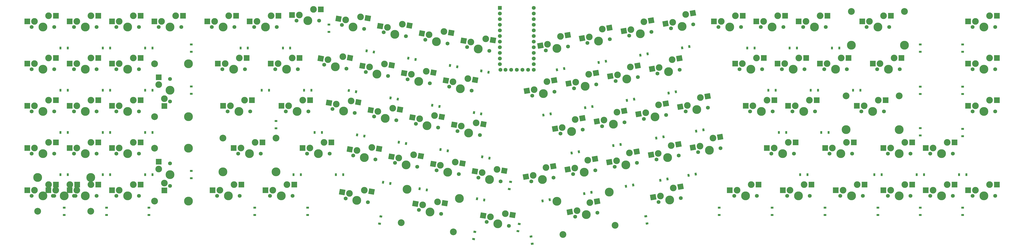
<source format=gbr>
%TF.GenerationSoftware,KiCad,Pcbnew,(5.1.10)-1*%
%TF.CreationDate,2021-07-24T19:46:28-07:00*%
%TF.ProjectId,V2,56322e6b-6963-4616-945f-706362585858,rev?*%
%TF.SameCoordinates,Original*%
%TF.FileFunction,Soldermask,Bot*%
%TF.FilePolarity,Negative*%
%FSLAX46Y46*%
G04 Gerber Fmt 4.6, Leading zero omitted, Abs format (unit mm)*
G04 Created by KiCad (PCBNEW (5.1.10)-1) date 2021-07-24 19:46:28*
%MOMM*%
%LPD*%
G01*
G04 APERTURE LIST*
%ADD10C,3.987800*%
%ADD11C,3.048000*%
%ADD12R,2.550000X2.500000*%
%ADD13C,1.750000*%
%ADD14C,3.000000*%
%ADD15C,0.100000*%
%ADD16C,1.752600*%
%ADD17R,1.752600X1.752600*%
%ADD18R,2.500000X2.550000*%
%ADD19R,1.200000X0.900000*%
%ADD20R,0.900000X1.200000*%
G04 APERTURE END LIST*
D10*
%TO.C,MX92*%
X-2413000Y-67945000D03*
X21463000Y-67945000D03*
D11*
X-2413000Y-83185000D03*
X21463000Y-83185000D03*
D12*
X15367000Y-71120000D03*
X2440000Y-73660000D03*
D13*
X14605000Y-76200000D03*
X4445000Y-76200000D03*
D14*
X5715000Y-73660000D03*
D10*
X9525000Y-76200000D03*
D14*
X12065000Y-71120000D03*
%TD*%
D15*
%TO.C,MX53*%
G36*
X253699666Y-1808874D02*
G01*
X253265546Y653145D01*
X255776806Y1095948D01*
X256210926Y-1366071D01*
X253699666Y-1808874D01*
G37*
G36*
X241410123Y-6555036D02*
G01*
X240976003Y-4093017D01*
X243487263Y-3650214D01*
X243921383Y-6112233D01*
X241410123Y-6555036D01*
G37*
D13*
X254869945Y-5491606D03*
X244864299Y-7255872D03*
D14*
X245673938Y-4533927D03*
D10*
X249867122Y-6373739D03*
D14*
X251486401Y-929849D03*
%TD*%
D16*
%TO.C,U1*%
X208040000Y-19310000D03*
X210580000Y-19310000D03*
X213120000Y-19310000D03*
X215660000Y-19310000D03*
X218200000Y-19310000D03*
X220740000Y8630000D03*
X205728600Y-19310000D03*
X220740000Y6090000D03*
X220740000Y3550000D03*
X220740000Y1010000D03*
X220740000Y-1530000D03*
X220740000Y-4070000D03*
X220740000Y-6610000D03*
X220740000Y-9150000D03*
X220740000Y-11690000D03*
X220740000Y-14230000D03*
X220740000Y-16770000D03*
X220740000Y-19310000D03*
X205500000Y-16770000D03*
X205500000Y-14230000D03*
X205500000Y-11690000D03*
X205500000Y-9150000D03*
X205500000Y-6610000D03*
X205500000Y-4070000D03*
X205500000Y-1530000D03*
X205500000Y1010000D03*
X205500000Y3550000D03*
X205500000Y6090000D03*
D17*
X205500000Y8630000D03*
%TD*%
D12*
%TO.C,MX91*%
X428961546Y-71120000D03*
X416034546Y-73660000D03*
D13*
X428199546Y-76200000D03*
X418039546Y-76200000D03*
D14*
X419309546Y-73660000D03*
D10*
X423119546Y-76200000D03*
D14*
X425659546Y-71120000D03*
%TD*%
D12*
%TO.C,MX90*%
X409911546Y-52070000D03*
X396984546Y-54610000D03*
D13*
X409149546Y-57150000D03*
X398989546Y-57150000D03*
D14*
X400259546Y-54610000D03*
D10*
X404069546Y-57150000D03*
D14*
X406609546Y-52070000D03*
%TD*%
D12*
%TO.C,MX89*%
X428961546Y-33020000D03*
X416034546Y-35560000D03*
D13*
X428199546Y-38100000D03*
X418039546Y-38100000D03*
D14*
X419309546Y-35560000D03*
D10*
X423119546Y-38100000D03*
D14*
X425659546Y-33020000D03*
%TD*%
D12*
%TO.C,MX88*%
X428961546Y-13970000D03*
X416034546Y-16510000D03*
D13*
X428199546Y-19050000D03*
X418039546Y-19050000D03*
D14*
X419309546Y-16510000D03*
D10*
X423119546Y-19050000D03*
D14*
X425659546Y-13970000D03*
%TD*%
D12*
%TO.C,MX87*%
X428961546Y5080000D03*
X416034546Y2540000D03*
D13*
X428199546Y0D03*
X418039546Y0D03*
D14*
X419309546Y2540000D03*
D10*
X423119546Y0D03*
D14*
X425659546Y5080000D03*
%TD*%
D12*
%TO.C,MX86*%
X409911546Y-71120000D03*
X396984546Y-73660000D03*
D13*
X409149546Y-76200000D03*
X398989546Y-76200000D03*
D14*
X400259546Y-73660000D03*
D10*
X404069546Y-76200000D03*
D14*
X406609546Y-71120000D03*
%TD*%
D12*
%TO.C,MX85*%
X390861546Y-52070000D03*
X377934546Y-54610000D03*
D13*
X390099546Y-57150000D03*
X379939546Y-57150000D03*
D14*
X381209546Y-54610000D03*
D10*
X385019546Y-57150000D03*
D14*
X387559546Y-52070000D03*
%TD*%
D10*
%TO.C,MX84*%
X361175296Y-46355000D03*
X385051296Y-46355000D03*
D11*
X361175296Y-31115000D03*
X385051296Y-31115000D03*
D12*
X378955296Y-33020000D03*
X366028296Y-35560000D03*
D13*
X378193296Y-38100000D03*
X368033296Y-38100000D03*
D14*
X369303296Y-35560000D03*
D10*
X373113296Y-38100000D03*
D14*
X375653296Y-33020000D03*
%TD*%
D12*
%TO.C,MX83*%
X386099046Y-13970000D03*
X373172046Y-16510000D03*
D13*
X385337046Y-19050000D03*
X375177046Y-19050000D03*
D14*
X376447046Y-16510000D03*
D10*
X380257046Y-19050000D03*
D14*
X382797046Y-13970000D03*
%TD*%
D10*
%TO.C,MX82*%
X363556546Y-8255000D03*
X387432546Y-8255000D03*
D11*
X363556546Y6985000D03*
X387432546Y6985000D03*
D12*
X381336546Y5080000D03*
X368409546Y2540000D03*
D13*
X380574546Y0D03*
X370414546Y0D03*
D14*
X371684546Y2540000D03*
D10*
X375494546Y0D03*
D14*
X378034546Y5080000D03*
%TD*%
D12*
%TO.C,MX81*%
X390861546Y-71120000D03*
X377934546Y-73660000D03*
D13*
X390099546Y-76200000D03*
X379939546Y-76200000D03*
D14*
X381209546Y-73660000D03*
D10*
X385019546Y-76200000D03*
D14*
X387559546Y-71120000D03*
%TD*%
D12*
%TO.C,MX80*%
X364667796Y-52070000D03*
X351740796Y-54610000D03*
D13*
X363905796Y-57150000D03*
X353745796Y-57150000D03*
D14*
X355015796Y-54610000D03*
D10*
X358825796Y-57150000D03*
D14*
X361365796Y-52070000D03*
%TD*%
D12*
%TO.C,MX79*%
X347999046Y-33020000D03*
X335072046Y-35560000D03*
D13*
X347237046Y-38100000D03*
X337077046Y-38100000D03*
D14*
X338347046Y-35560000D03*
D10*
X342157046Y-38100000D03*
D14*
X344697046Y-33020000D03*
%TD*%
D12*
%TO.C,MX78*%
X362286546Y-13970000D03*
X349359546Y-16510000D03*
D13*
X361524546Y-19050000D03*
X351364546Y-19050000D03*
D14*
X352634546Y-16510000D03*
D10*
X356444546Y-19050000D03*
D14*
X358984546Y-13970000D03*
%TD*%
D12*
%TO.C,MX77*%
X352761546Y5080000D03*
X339834546Y2540000D03*
D13*
X351999546Y0D03*
X341839546Y0D03*
D14*
X343109546Y2540000D03*
D10*
X346919546Y0D03*
D14*
X349459546Y5080000D03*
%TD*%
D12*
%TO.C,MX76*%
X369430296Y-71120000D03*
X356503296Y-73660000D03*
D13*
X368668296Y-76200000D03*
X358508296Y-76200000D03*
D14*
X359778296Y-73660000D03*
D10*
X363588296Y-76200000D03*
D14*
X366128296Y-71120000D03*
%TD*%
D12*
%TO.C,MX75*%
X338474046Y-52070000D03*
X325547046Y-54610000D03*
D13*
X337712046Y-57150000D03*
X327552046Y-57150000D03*
D14*
X328822046Y-54610000D03*
D10*
X332632046Y-57150000D03*
D14*
X335172046Y-52070000D03*
%TD*%
D12*
%TO.C,MX74*%
X328949046Y-33020000D03*
X316022046Y-35560000D03*
D13*
X328187046Y-38100000D03*
X318027046Y-38100000D03*
D14*
X319297046Y-35560000D03*
D10*
X323107046Y-38100000D03*
D14*
X325647046Y-33020000D03*
%TD*%
D12*
%TO.C,MX73*%
X343236546Y-13970000D03*
X330309546Y-16510000D03*
D13*
X342474546Y-19050000D03*
X332314546Y-19050000D03*
D14*
X333584546Y-16510000D03*
D10*
X337394546Y-19050000D03*
D14*
X339934546Y-13970000D03*
%TD*%
D12*
%TO.C,MX72*%
X333711546Y5080000D03*
X320784546Y2540000D03*
D13*
X332949546Y0D03*
X322789546Y0D03*
D14*
X324059546Y2540000D03*
D10*
X327869546Y0D03*
D14*
X330409546Y5080000D03*
%TD*%
D12*
%TO.C,MX71*%
X345617796Y-71120000D03*
X332690796Y-73660000D03*
D13*
X344855796Y-76200000D03*
X334695796Y-76200000D03*
D14*
X335965796Y-73660000D03*
D10*
X339775796Y-76200000D03*
D14*
X342315796Y-71120000D03*
%TD*%
D15*
%TO.C,MX70*%
G36*
X303489906Y-51061142D02*
G01*
X303055786Y-48599123D01*
X305567046Y-48156320D01*
X306001166Y-50618339D01*
X303489906Y-51061142D01*
G37*
G36*
X291200363Y-55807304D02*
G01*
X290766243Y-53345285D01*
X293277503Y-52902482D01*
X293711623Y-55364501D01*
X291200363Y-55807304D01*
G37*
D13*
X304660185Y-54743874D03*
X294654539Y-56508140D03*
D14*
X295464178Y-53786195D03*
D10*
X299657362Y-55626007D03*
D14*
X301276641Y-50182117D03*
%TD*%
D12*
%TO.C,MX69*%
X324186546Y-13970000D03*
X311259546Y-16510000D03*
D13*
X323424546Y-19050000D03*
X313264546Y-19050000D03*
D14*
X314534546Y-16510000D03*
D10*
X318344546Y-19050000D03*
D14*
X320884546Y-13970000D03*
%TD*%
D12*
%TO.C,MX68*%
X314661546Y5080000D03*
X301734546Y2540000D03*
D13*
X313899546Y0D03*
X303739546Y0D03*
D14*
X305009546Y2540000D03*
D10*
X308819546Y0D03*
D14*
X311359546Y5080000D03*
%TD*%
D12*
%TO.C,MX67*%
X321805296Y-71120000D03*
X308878296Y-73660000D03*
D13*
X321043296Y-76200000D03*
X310883296Y-76200000D03*
D14*
X312153296Y-73660000D03*
D10*
X315963296Y-76200000D03*
D14*
X318503296Y-71120000D03*
%TD*%
D15*
%TO.C,MX66*%
G36*
X284729319Y-54369139D02*
G01*
X284295199Y-51907120D01*
X286806459Y-51464317D01*
X287240579Y-53926336D01*
X284729319Y-54369139D01*
G37*
G36*
X272439776Y-59115301D02*
G01*
X272005656Y-56653282D01*
X274516916Y-56210479D01*
X274951036Y-58672498D01*
X272439776Y-59115301D01*
G37*
D13*
X285899598Y-58051871D03*
X275893952Y-59816137D03*
D14*
X276703591Y-57094192D03*
D10*
X280896775Y-58934004D03*
D14*
X282516054Y-53490114D03*
%TD*%
D15*
%TO.C,MX65*%
G36*
X297836834Y-32714054D02*
G01*
X297402714Y-30252035D01*
X299913974Y-29809232D01*
X300348094Y-32271251D01*
X297836834Y-32714054D01*
G37*
G36*
X285547291Y-37460216D02*
G01*
X285113171Y-34998197D01*
X287624431Y-34555394D01*
X288058551Y-37017413D01*
X285547291Y-37460216D01*
G37*
D13*
X299007113Y-36396786D03*
X289001467Y-38161052D03*
D14*
X289811106Y-35439107D03*
D10*
X294004290Y-37278919D03*
D14*
X295623569Y-31835029D03*
%TD*%
D15*
%TO.C,MX64*%
G36*
X285148543Y-15607466D02*
G01*
X284714423Y-13145447D01*
X287225683Y-12702644D01*
X287659803Y-15164663D01*
X285148543Y-15607466D01*
G37*
G36*
X272859000Y-20353628D02*
G01*
X272424880Y-17891609D01*
X274936140Y-17448806D01*
X275370260Y-19910825D01*
X272859000Y-20353628D01*
G37*
D13*
X286318822Y-19290198D03*
X276313176Y-21054464D03*
D14*
X277122815Y-18332519D03*
D10*
X281315999Y-20172331D03*
D14*
X282935278Y-14728441D03*
%TD*%
D15*
%TO.C,MX63*%
G36*
X291220840Y4807120D02*
G01*
X290786720Y7269139D01*
X293297980Y7711942D01*
X293732100Y5249923D01*
X291220840Y4807120D01*
G37*
G36*
X278931297Y60958D02*
G01*
X278497177Y2522977D01*
X281008437Y2965780D01*
X281442557Y503761D01*
X278931297Y60958D01*
G37*
D13*
X292391119Y1124388D03*
X282385473Y-639878D03*
D14*
X283195112Y2082067D03*
D10*
X287388296Y242255D03*
D14*
X289007575Y5686145D03*
%TD*%
D15*
%TO.C,MX62*%
G36*
X285692243Y-73543225D02*
G01*
X285258123Y-71081206D01*
X287769383Y-70638403D01*
X288203503Y-73100422D01*
X285692243Y-73543225D01*
G37*
G36*
X273402700Y-78289387D02*
G01*
X272968580Y-75827368D01*
X275479840Y-75384565D01*
X275913960Y-77846584D01*
X273402700Y-78289387D01*
G37*
D13*
X286862522Y-77225957D03*
X276856876Y-78990223D03*
D14*
X277666515Y-76268278D03*
D10*
X281859699Y-78108090D03*
D14*
X283478978Y-72664200D03*
%TD*%
D15*
%TO.C,MX61*%
G36*
X265968732Y-57677136D02*
G01*
X265534612Y-55215117D01*
X268045872Y-54772314D01*
X268479992Y-57234333D01*
X265968732Y-57677136D01*
G37*
G36*
X253679189Y-62423298D02*
G01*
X253245069Y-59961279D01*
X255756329Y-59518476D01*
X256190449Y-61980495D01*
X253679189Y-62423298D01*
G37*
D13*
X267139011Y-61359868D03*
X257133365Y-63124134D03*
D14*
X257943004Y-60402189D03*
D10*
X262136188Y-62242001D03*
D14*
X263755467Y-56798111D03*
%TD*%
D15*
%TO.C,MX60*%
G36*
X279076247Y-36022051D02*
G01*
X278642127Y-33560032D01*
X281153387Y-33117229D01*
X281587507Y-35579248D01*
X279076247Y-36022051D01*
G37*
G36*
X266786704Y-40768213D02*
G01*
X266352584Y-38306194D01*
X268863844Y-37863391D01*
X269297964Y-40325410D01*
X266786704Y-40768213D01*
G37*
D13*
X280246526Y-39704783D03*
X270240880Y-41469049D03*
D14*
X271050519Y-38747104D03*
D10*
X275243703Y-40586916D03*
D14*
X276862982Y-35143026D03*
%TD*%
D15*
%TO.C,MX59*%
G36*
X266387956Y-18915463D02*
G01*
X265953836Y-16453444D01*
X268465096Y-16010641D01*
X268899216Y-18472660D01*
X266387956Y-18915463D01*
G37*
G36*
X254098413Y-23661625D02*
G01*
X253664293Y-21199606D01*
X256175553Y-20756803D01*
X256609673Y-23218822D01*
X254098413Y-23661625D01*
G37*
D13*
X267558235Y-22598195D03*
X257552589Y-24362461D03*
D14*
X258362228Y-21640516D03*
D10*
X262555412Y-23480328D03*
D14*
X264174691Y-18036438D03*
%TD*%
D15*
%TO.C,MX58*%
G36*
X272460253Y1499123D02*
G01*
X272026133Y3961142D01*
X274537393Y4403945D01*
X274971513Y1941926D01*
X272460253Y1499123D01*
G37*
G36*
X260170710Y-3247039D02*
G01*
X259736590Y-785020D01*
X262247850Y-342217D01*
X262681970Y-2804236D01*
X260170710Y-3247039D01*
G37*
D13*
X273630532Y-2183609D03*
X263624886Y-3947875D03*
D14*
X264434525Y-1225930D03*
D10*
X268627709Y-3065742D03*
D14*
X270246988Y2378148D03*
%TD*%
D10*
%TO.C,MX57*%
X231148423Y-78667509D03*
X254661693Y-74521485D03*
D11*
X233794822Y-93675979D03*
X257308091Y-89529955D03*
D15*
G36*
X248171068Y-80159220D02*
G01*
X247736948Y-77697201D01*
X250248208Y-77254398D01*
X250682328Y-79716417D01*
X248171068Y-80159220D01*
G37*
G36*
X235881525Y-84905382D02*
G01*
X235447405Y-82443363D01*
X237958665Y-82000560D01*
X238392785Y-84462579D01*
X235881525Y-84905382D01*
G37*
D13*
X249341347Y-83841952D03*
X239335701Y-85606218D03*
D14*
X240145340Y-82884273D03*
D10*
X244338524Y-84724085D03*
D14*
X245957803Y-79280195D03*
%TD*%
D15*
%TO.C,MX56*%
G36*
X247208145Y-60985133D02*
G01*
X246774025Y-58523114D01*
X249285285Y-58080311D01*
X249719405Y-60542330D01*
X247208145Y-60985133D01*
G37*
G36*
X234918602Y-65731295D02*
G01*
X234484482Y-63269276D01*
X236995742Y-62826473D01*
X237429862Y-65288492D01*
X234918602Y-65731295D01*
G37*
D13*
X248378424Y-64667865D03*
X238372778Y-66432131D03*
D14*
X239182417Y-63710186D03*
D10*
X243375601Y-65549998D03*
D14*
X244994880Y-60106108D03*
%TD*%
D15*
%TO.C,MX55*%
G36*
X260315660Y-39330048D02*
G01*
X259881540Y-36868029D01*
X262392800Y-36425226D01*
X262826920Y-38887245D01*
X260315660Y-39330048D01*
G37*
G36*
X248026117Y-44076210D02*
G01*
X247591997Y-41614191D01*
X250103257Y-41171388D01*
X250537377Y-43633407D01*
X248026117Y-44076210D01*
G37*
D13*
X261485939Y-43012780D03*
X251480293Y-44777046D03*
D14*
X252289932Y-42055101D03*
D10*
X256483116Y-43894913D03*
D14*
X258102395Y-38451023D03*
%TD*%
D15*
%TO.C,MX54*%
G36*
X247627369Y-22223460D02*
G01*
X247193249Y-19761441D01*
X249704509Y-19318638D01*
X250138629Y-21780657D01*
X247627369Y-22223460D01*
G37*
G36*
X235337826Y-26969622D02*
G01*
X234903706Y-24507603D01*
X237414966Y-24064800D01*
X237849086Y-26526819D01*
X235337826Y-26969622D01*
G37*
D13*
X248797648Y-25906192D03*
X238792002Y-27670458D03*
D14*
X239601641Y-24948513D03*
D10*
X243794825Y-26788325D03*
D14*
X245414104Y-21344435D03*
%TD*%
D15*
%TO.C,MX52*%
G36*
X228447558Y-64293130D02*
G01*
X228013438Y-61831111D01*
X230524698Y-61388308D01*
X230958818Y-63850327D01*
X228447558Y-64293130D01*
G37*
G36*
X216158015Y-69039292D02*
G01*
X215723895Y-66577273D01*
X218235155Y-66134470D01*
X218669275Y-68596489D01*
X216158015Y-69039292D01*
G37*
D13*
X229617837Y-67975862D03*
X219612191Y-69740128D03*
D14*
X220421830Y-67018183D03*
D10*
X224615014Y-68857995D03*
D14*
X226234293Y-63414105D03*
%TD*%
D15*
%TO.C,MX51*%
G36*
X241555073Y-42638045D02*
G01*
X241120953Y-40176026D01*
X243632213Y-39733223D01*
X244066333Y-42195242D01*
X241555073Y-42638045D01*
G37*
G36*
X229265530Y-47384207D02*
G01*
X228831410Y-44922188D01*
X231342670Y-44479385D01*
X231776790Y-46941404D01*
X229265530Y-47384207D01*
G37*
D13*
X242725352Y-46320777D03*
X232719706Y-48085043D03*
D14*
X233529345Y-45363098D03*
D10*
X237722529Y-47202910D03*
D14*
X239341808Y-41759020D03*
%TD*%
D15*
%TO.C,MX50*%
G36*
X228866782Y-25531457D02*
G01*
X228432662Y-23069438D01*
X230943922Y-22626635D01*
X231378042Y-25088654D01*
X228866782Y-25531457D01*
G37*
G36*
X216577239Y-30277619D02*
G01*
X216143119Y-27815600D01*
X218654379Y-27372797D01*
X219088499Y-29834816D01*
X216577239Y-30277619D01*
G37*
D13*
X230037061Y-29214189D03*
X220031415Y-30978455D03*
D14*
X220841054Y-28256510D03*
D10*
X225034238Y-30096322D03*
D14*
X226653517Y-24652432D03*
%TD*%
D15*
%TO.C,MX49*%
G36*
X234939079Y-5116871D02*
G01*
X234504959Y-2654852D01*
X237016219Y-2212049D01*
X237450339Y-4674068D01*
X234939079Y-5116871D01*
G37*
G36*
X222649536Y-9863033D02*
G01*
X222215416Y-7401014D01*
X224726676Y-6958211D01*
X225160796Y-9420230D01*
X222649536Y-9863033D01*
G37*
D13*
X236109358Y-8799603D03*
X226103712Y-10563869D03*
D14*
X226913351Y-7841924D03*
D10*
X231106535Y-9681736D03*
D14*
X232725814Y-4237846D03*
%TD*%
D15*
%TO.C,MX48*%
G36*
X209692429Y-85880320D02*
G01*
X210126549Y-83418301D01*
X212637809Y-83861104D01*
X212203689Y-86323123D01*
X209692429Y-85880320D01*
G37*
G36*
X196520752Y-86136982D02*
G01*
X196954872Y-83674963D01*
X199466132Y-84117766D01*
X199032012Y-86579785D01*
X196520752Y-86136982D01*
G37*
D13*
X209532562Y-89741216D03*
X199526916Y-87976950D03*
D14*
X201218688Y-85696072D03*
D10*
X204529739Y-88859083D03*
D14*
X207913283Y-84297326D03*
%TD*%
D15*
%TO.C,MX47*%
G36*
X205965204Y-65879232D02*
G01*
X206399324Y-63417213D01*
X208910584Y-63860016D01*
X208476464Y-66322035D01*
X205965204Y-65879232D01*
G37*
G36*
X192793527Y-66135894D02*
G01*
X193227647Y-63673875D01*
X195738907Y-64116678D01*
X195304787Y-66578697D01*
X192793527Y-66135894D01*
G37*
D13*
X205805337Y-69740128D03*
X195799691Y-67975862D03*
D14*
X197491463Y-65694984D03*
D10*
X200802514Y-68857995D03*
D14*
X204186058Y-64296238D03*
%TD*%
D15*
%TO.C,MX46*%
G36*
X196609805Y-44885748D02*
G01*
X197043925Y-42423729D01*
X199555185Y-42866532D01*
X199121065Y-45328551D01*
X196609805Y-44885748D01*
G37*
G36*
X183438128Y-45142410D02*
G01*
X183872248Y-42680391D01*
X186383508Y-43123194D01*
X185949388Y-45585213D01*
X183438128Y-45142410D01*
G37*
D13*
X196449938Y-48746644D03*
X186444292Y-46982378D03*
D14*
X188136064Y-44701500D03*
D10*
X191447115Y-47864511D03*
D14*
X194830659Y-43302754D03*
%TD*%
D15*
%TO.C,MX45*%
G36*
X192882582Y-24884662D02*
G01*
X193316702Y-22422643D01*
X195827962Y-22865446D01*
X195393842Y-25327465D01*
X192882582Y-24884662D01*
G37*
G36*
X179710905Y-25141324D02*
G01*
X180145025Y-22679305D01*
X182656285Y-23122108D01*
X182222165Y-25584127D01*
X179710905Y-25141324D01*
G37*
D13*
X192722715Y-28745558D03*
X182717069Y-26981292D03*
D14*
X184408841Y-24700414D03*
D10*
X187719892Y-27863425D03*
D14*
X191103436Y-23301668D03*
%TD*%
D15*
%TO.C,MX44*%
G36*
X200880726Y-6951075D02*
G01*
X201314846Y-4489056D01*
X203826106Y-4931859D01*
X203391986Y-7393878D01*
X200880726Y-6951075D01*
G37*
G36*
X187709049Y-7207737D02*
G01*
X188143169Y-4745718D01*
X190654429Y-5188521D01*
X190220309Y-7650540D01*
X187709049Y-7207737D01*
G37*
D13*
X200720859Y-10811971D03*
X190715213Y-9047705D03*
D14*
X192406985Y-6766827D03*
D10*
X195718036Y-9929838D03*
D14*
X199101580Y-5368081D03*
%TD*%
D10*
%TO.C,MX43*%
X163720615Y-73280987D03*
X187233885Y-77427011D03*
D11*
X161074217Y-88289457D03*
X184587486Y-92435481D03*
D15*
G36*
X179206474Y-80504824D02*
G01*
X179640594Y-78042805D01*
X182151854Y-78485608D01*
X181717734Y-80947627D01*
X179206474Y-80504824D01*
G37*
G36*
X166034797Y-80761486D02*
G01*
X166468917Y-78299467D01*
X168980177Y-78742270D01*
X168546057Y-81204289D01*
X166034797Y-80761486D01*
G37*
D13*
X179046607Y-84365720D03*
X169040961Y-82601454D03*
D14*
X170732733Y-80320576D03*
D10*
X174043784Y-83483587D03*
D14*
X177427328Y-78921830D03*
%TD*%
D15*
%TO.C,MX42*%
G36*
X187204617Y-62571235D02*
G01*
X187638737Y-60109216D01*
X190149997Y-60552019D01*
X189715877Y-63014038D01*
X187204617Y-62571235D01*
G37*
G36*
X174032940Y-62827897D02*
G01*
X174467060Y-60365878D01*
X176978320Y-60808681D01*
X176544200Y-63270700D01*
X174032940Y-62827897D01*
G37*
D13*
X187044750Y-66432131D03*
X177039104Y-64667865D03*
D14*
X178730876Y-62386987D03*
D10*
X182041927Y-65549998D03*
D14*
X185425471Y-60988241D03*
%TD*%
D15*
%TO.C,MX41*%
G36*
X177849218Y-41577751D02*
G01*
X178283338Y-39115732D01*
X180794598Y-39558535D01*
X180360478Y-42020554D01*
X177849218Y-41577751D01*
G37*
G36*
X164677541Y-41834413D02*
G01*
X165111661Y-39372394D01*
X167622921Y-39815197D01*
X167188801Y-42277216D01*
X164677541Y-41834413D01*
G37*
D13*
X177689351Y-45438647D03*
X167683705Y-43674381D03*
D14*
X169375477Y-41393503D03*
D10*
X172686528Y-44556514D03*
D14*
X176070072Y-39994757D03*
%TD*%
D15*
%TO.C,MX40*%
G36*
X174121995Y-21576665D02*
G01*
X174556115Y-19114646D01*
X177067375Y-19557449D01*
X176633255Y-22019468D01*
X174121995Y-21576665D01*
G37*
G36*
X160950318Y-21833327D02*
G01*
X161384438Y-19371308D01*
X163895698Y-19814111D01*
X163461578Y-22276130D01*
X160950318Y-21833327D01*
G37*
D13*
X173962128Y-25437561D03*
X163956482Y-23673295D03*
D14*
X165648254Y-21392417D03*
D10*
X168959305Y-24555428D03*
D14*
X172342849Y-19993671D03*
%TD*%
D15*
%TO.C,MX39*%
G36*
X182120139Y-3643078D02*
G01*
X182554259Y-1181059D01*
X185065519Y-1623862D01*
X184631399Y-4085881D01*
X182120139Y-3643078D01*
G37*
G36*
X168948462Y-3899740D02*
G01*
X169382582Y-1437721D01*
X171893842Y-1880524D01*
X171459722Y-4342543D01*
X168948462Y-3899740D01*
G37*
D13*
X181960272Y-7503974D03*
X171954626Y-5739708D03*
D14*
X173646398Y-3458830D03*
D10*
X176957449Y-6621841D03*
D14*
X180340993Y-2060084D03*
%TD*%
D15*
%TO.C,MX38*%
G36*
X168444030Y-59263238D02*
G01*
X168878150Y-56801219D01*
X171389410Y-57244022D01*
X170955290Y-59706041D01*
X168444030Y-59263238D01*
G37*
G36*
X155272353Y-59519900D02*
G01*
X155706473Y-57057881D01*
X158217733Y-57500684D01*
X157783613Y-59962703D01*
X155272353Y-59519900D01*
G37*
D13*
X168284163Y-63124134D03*
X158278517Y-61359868D03*
D14*
X159970289Y-59078990D03*
D10*
X163281340Y-62242001D03*
D14*
X166664884Y-57680244D03*
%TD*%
D15*
%TO.C,MX37*%
G36*
X159088631Y-38269754D02*
G01*
X159522751Y-35807735D01*
X162034011Y-36250538D01*
X161599891Y-38712557D01*
X159088631Y-38269754D01*
G37*
G36*
X145916954Y-38526416D02*
G01*
X146351074Y-36064397D01*
X148862334Y-36507200D01*
X148428214Y-38969219D01*
X145916954Y-38526416D01*
G37*
D13*
X158928764Y-42130650D03*
X148923118Y-40366384D03*
D14*
X150614890Y-38085506D03*
D10*
X153925941Y-41248517D03*
D14*
X157309485Y-36686760D03*
%TD*%
D15*
%TO.C,MX36*%
G36*
X155361408Y-18268668D02*
G01*
X155795528Y-15806649D01*
X158306788Y-16249452D01*
X157872668Y-18711471D01*
X155361408Y-18268668D01*
G37*
G36*
X142189731Y-18525330D02*
G01*
X142623851Y-16063311D01*
X145135111Y-16506114D01*
X144700991Y-18968133D01*
X142189731Y-18525330D01*
G37*
D13*
X155201541Y-22129564D03*
X145195895Y-20365298D03*
D14*
X146887667Y-18084420D03*
D10*
X150198718Y-21247431D03*
D14*
X153582262Y-16685674D03*
%TD*%
D15*
%TO.C,MX35*%
G36*
X163359552Y-335081D02*
G01*
X163793672Y2126938D01*
X166304932Y1684135D01*
X165870812Y-777884D01*
X163359552Y-335081D01*
G37*
G36*
X150187875Y-591743D02*
G01*
X150621995Y1870276D01*
X153133255Y1427473D01*
X152699135Y-1034546D01*
X150187875Y-591743D01*
G37*
D13*
X163199685Y-4195977D03*
X153194039Y-2431711D03*
D14*
X154885811Y-150833D03*
D10*
X158196862Y-3313844D03*
D14*
X161580406Y1247913D03*
%TD*%
D15*
%TO.C,MX34*%
G36*
X146276206Y-75278646D02*
G01*
X146710326Y-72816627D01*
X149221586Y-73259430D01*
X148787466Y-75721449D01*
X146276206Y-75278646D01*
G37*
G36*
X133104529Y-75535308D02*
G01*
X133538649Y-73073289D01*
X136049909Y-73516092D01*
X135615789Y-75978111D01*
X133104529Y-75535308D01*
G37*
D13*
X146116339Y-79139542D03*
X136110693Y-77375276D03*
D14*
X137802465Y-75094398D03*
D10*
X141113516Y-78257409D03*
D14*
X144497060Y-73695652D03*
%TD*%
D15*
%TO.C,MX33*%
G36*
X149683443Y-55955241D02*
G01*
X150117563Y-53493222D01*
X152628823Y-53936025D01*
X152194703Y-56398044D01*
X149683443Y-55955241D01*
G37*
G36*
X136511766Y-56211903D02*
G01*
X136945886Y-53749884D01*
X139457146Y-54192687D01*
X139023026Y-56654706D01*
X136511766Y-56211903D01*
G37*
D13*
X149523576Y-59816137D03*
X139517930Y-58051871D03*
D14*
X141209702Y-55770993D03*
D10*
X144520753Y-58934004D03*
D14*
X147904297Y-54372247D03*
%TD*%
D15*
%TO.C,MX32*%
G36*
X140328044Y-34961757D02*
G01*
X140762164Y-32499738D01*
X143273424Y-32942541D01*
X142839304Y-35404560D01*
X140328044Y-34961757D01*
G37*
G36*
X127156367Y-35218419D02*
G01*
X127590487Y-32756400D01*
X130101747Y-33199203D01*
X129667627Y-35661222D01*
X127156367Y-35218419D01*
G37*
D13*
X140168177Y-38822653D03*
X130162531Y-37058387D03*
D14*
X131854303Y-34777509D03*
D10*
X135165354Y-37940520D03*
D14*
X138548898Y-33378763D03*
%TD*%
D15*
%TO.C,MX31*%
G36*
X136600821Y-14960671D02*
G01*
X137034941Y-12498652D01*
X139546201Y-12941455D01*
X139112081Y-15403474D01*
X136600821Y-14960671D01*
G37*
G36*
X123429144Y-15217333D02*
G01*
X123863264Y-12755314D01*
X126374524Y-13198117D01*
X125940404Y-15660136D01*
X123429144Y-15217333D01*
G37*
D13*
X136440954Y-18821567D03*
X126435308Y-17057301D03*
D14*
X128127080Y-14776423D03*
D10*
X131438131Y-17939434D03*
D14*
X134821675Y-13377677D03*
%TD*%
D15*
%TO.C,MX30*%
G36*
X144598965Y2972916D02*
G01*
X145033085Y5434935D01*
X147544345Y4992132D01*
X147110225Y2530113D01*
X144598965Y2972916D01*
G37*
G36*
X131427288Y2716254D02*
G01*
X131861408Y5178273D01*
X134372668Y4735470D01*
X133938548Y2273451D01*
X131427288Y2716254D01*
G37*
D13*
X144439098Y-887980D03*
X134433452Y876286D03*
D14*
X136125224Y3157164D03*
D10*
X139436275Y-5847D03*
D14*
X142819819Y4555910D03*
%TD*%
D12*
%TO.C,MX29*%
X129667000Y-52070000D03*
X116740000Y-54610000D03*
D13*
X128905000Y-57150000D03*
X118745000Y-57150000D03*
D14*
X120015000Y-54610000D03*
D10*
X123825000Y-57150000D03*
D14*
X126365000Y-52070000D03*
%TD*%
D12*
%TO.C,MX28*%
X120142000Y-33020000D03*
X107215000Y-35560000D03*
D13*
X119380000Y-38100000D03*
X109220000Y-38100000D03*
D14*
X110490000Y-35560000D03*
D10*
X114300000Y-38100000D03*
D14*
X116840000Y-33020000D03*
%TD*%
D12*
%TO.C,MX27*%
X115379500Y-13970000D03*
X102452500Y-16510000D03*
D13*
X114617500Y-19050000D03*
X104457500Y-19050000D03*
D14*
X105727500Y-16510000D03*
D10*
X109537500Y-19050000D03*
D14*
X112077500Y-13970000D03*
%TD*%
D12*
%TO.C,MX26*%
X124904500Y7937500D03*
X111977500Y5397500D03*
D13*
X124142500Y2857500D03*
X113982500Y2857500D03*
D14*
X115252500Y5397500D03*
D10*
X119062500Y2857500D03*
D14*
X121602500Y7937500D03*
%TD*%
D12*
%TO.C,MX25*%
X105854500Y5080000D03*
X92927500Y2540000D03*
D13*
X105092500Y0D03*
X94932500Y0D03*
D14*
X96202500Y2540000D03*
D10*
X100012500Y0D03*
D14*
X102552500Y5080000D03*
%TD*%
D12*
%TO.C,MX24*%
X112998250Y-71120000D03*
X100071250Y-73660000D03*
D13*
X112236250Y-76200000D03*
X102076250Y-76200000D03*
D14*
X103346250Y-73660000D03*
D10*
X107156250Y-76200000D03*
D14*
X109696250Y-71120000D03*
%TD*%
D10*
%TO.C,MX23*%
X80930750Y-65405000D03*
X104806750Y-65405000D03*
D11*
X80930750Y-50165000D03*
X104806750Y-50165000D03*
D12*
X98710750Y-52070000D03*
X85783750Y-54610000D03*
D13*
X97948750Y-57150000D03*
X87788750Y-57150000D03*
D14*
X89058750Y-54610000D03*
D10*
X92868750Y-57150000D03*
D14*
X95408750Y-52070000D03*
%TD*%
D12*
%TO.C,MX22*%
X93948250Y-33020000D03*
X81021250Y-35560000D03*
D13*
X93186250Y-38100000D03*
X83026250Y-38100000D03*
D14*
X84296250Y-35560000D03*
D10*
X88106250Y-38100000D03*
D14*
X90646250Y-33020000D03*
%TD*%
D12*
%TO.C,MX21*%
X91567000Y-13970000D03*
X78640000Y-16510000D03*
D13*
X90805000Y-19050000D03*
X80645000Y-19050000D03*
D14*
X81915000Y-16510000D03*
D10*
X85725000Y-19050000D03*
D14*
X88265000Y-13970000D03*
%TD*%
D12*
%TO.C,MX20*%
X86804500Y5080000D03*
X73877500Y2540000D03*
D13*
X86042500Y0D03*
X75882500Y0D03*
D14*
X77152500Y2540000D03*
D10*
X80962500Y0D03*
D14*
X83502500Y5080000D03*
%TD*%
D12*
%TO.C,MX19*%
X89185750Y-71120000D03*
X76258750Y-73660000D03*
D13*
X88423750Y-76200000D03*
X78263750Y-76200000D03*
D14*
X79533750Y-73660000D03*
D10*
X83343750Y-76200000D03*
D14*
X85883750Y-71120000D03*
%TD*%
D10*
%TO.C,MX18*%
X65405000Y-78613000D03*
X65405000Y-54737000D03*
D11*
X50165000Y-78613000D03*
X50165000Y-54737000D03*
D18*
X52070000Y-60833000D03*
X54610000Y-73760000D03*
D13*
X57150000Y-61595000D03*
X57150000Y-71755000D03*
D14*
X54610000Y-70485000D03*
D10*
X57150000Y-66675000D03*
D14*
X52070000Y-64135000D03*
%TD*%
D10*
%TO.C,MX17*%
X65405000Y-40513000D03*
X65405000Y-16637000D03*
D11*
X50165000Y-40513000D03*
X50165000Y-16637000D03*
D18*
X52070000Y-22733000D03*
X54610000Y-35660000D03*
D13*
X57150000Y-23495000D03*
X57150000Y-33655000D03*
D14*
X54610000Y-32385000D03*
D10*
X57150000Y-28575000D03*
D14*
X52070000Y-26035000D03*
%TD*%
D12*
%TO.C,MX16*%
X62992000Y5080000D03*
X50065000Y2540000D03*
D13*
X62230000Y0D03*
X52070000Y0D03*
D14*
X53340000Y2540000D03*
D10*
X57150000Y0D03*
D14*
X59690000Y5080000D03*
%TD*%
D12*
%TO.C,MX15*%
X43942000Y-71120000D03*
X31015000Y-73660000D03*
D13*
X43180000Y-76200000D03*
X33020000Y-76200000D03*
D14*
X34290000Y-73660000D03*
D10*
X38100000Y-76200000D03*
D14*
X40640000Y-71120000D03*
%TD*%
D12*
%TO.C,MX14*%
X43942000Y-52070000D03*
X31015000Y-54610000D03*
D13*
X43180000Y-57150000D03*
X33020000Y-57150000D03*
D14*
X34290000Y-54610000D03*
D10*
X38100000Y-57150000D03*
D14*
X40640000Y-52070000D03*
%TD*%
D12*
%TO.C,MX13*%
X43942000Y-33020000D03*
X31015000Y-35560000D03*
D13*
X43180000Y-38100000D03*
X33020000Y-38100000D03*
D14*
X34290000Y-35560000D03*
D10*
X38100000Y-38100000D03*
D14*
X40640000Y-33020000D03*
%TD*%
D12*
%TO.C,MX12*%
X43942000Y-13970000D03*
X31015000Y-16510000D03*
D13*
X43180000Y-19050000D03*
X33020000Y-19050000D03*
D14*
X34290000Y-16510000D03*
D10*
X38100000Y-19050000D03*
D14*
X40640000Y-13970000D03*
%TD*%
D12*
%TO.C,MX11*%
X43942000Y5080000D03*
X31015000Y2540000D03*
D13*
X43180000Y0D03*
X33020000Y0D03*
D14*
X34290000Y2540000D03*
D10*
X38100000Y0D03*
D14*
X40640000Y5080000D03*
%TD*%
D12*
%TO.C,MX10*%
X24892000Y-71120000D03*
X11965000Y-73660000D03*
D13*
X24130000Y-76200000D03*
X13970000Y-76200000D03*
D14*
X15240000Y-73660000D03*
D10*
X19050000Y-76200000D03*
D14*
X21590000Y-71120000D03*
%TD*%
D12*
%TO.C,MX9*%
X24892000Y-52070000D03*
X11965000Y-54610000D03*
D13*
X24130000Y-57150000D03*
X13970000Y-57150000D03*
D14*
X15240000Y-54610000D03*
D10*
X19050000Y-57150000D03*
D14*
X21590000Y-52070000D03*
%TD*%
D12*
%TO.C,MX8*%
X24892000Y-33020000D03*
X11965000Y-35560000D03*
D13*
X24130000Y-38100000D03*
X13970000Y-38100000D03*
D14*
X15240000Y-35560000D03*
D10*
X19050000Y-38100000D03*
D14*
X21590000Y-33020000D03*
%TD*%
D12*
%TO.C,MX7*%
X24892000Y-13970000D03*
X11965000Y-16510000D03*
D13*
X24130000Y-19050000D03*
X13970000Y-19050000D03*
D14*
X15240000Y-16510000D03*
D10*
X19050000Y-19050000D03*
D14*
X21590000Y-13970000D03*
%TD*%
D12*
%TO.C,MX6*%
X24892000Y5080000D03*
X11965000Y2540000D03*
D13*
X24130000Y0D03*
X13970000Y0D03*
D14*
X15240000Y2540000D03*
D10*
X19050000Y0D03*
D14*
X21590000Y5080000D03*
%TD*%
D12*
%TO.C,MX5*%
X5842000Y-71120000D03*
X-7085000Y-73660000D03*
D13*
X5080000Y-76200000D03*
X-5080000Y-76200000D03*
D14*
X-3810000Y-73660000D03*
D10*
X0Y-76200000D03*
D14*
X2540000Y-71120000D03*
%TD*%
D12*
%TO.C,MX4*%
X5842000Y-52070000D03*
X-7085000Y-54610000D03*
D13*
X5080000Y-57150000D03*
X-5080000Y-57150000D03*
D14*
X-3810000Y-54610000D03*
D10*
X0Y-57150000D03*
D14*
X2540000Y-52070000D03*
%TD*%
D12*
%TO.C,MX3*%
X5842000Y-33020000D03*
X-7085000Y-35560000D03*
D13*
X5080000Y-38100000D03*
X-5080000Y-38100000D03*
D14*
X-3810000Y-35560000D03*
D10*
X0Y-38100000D03*
D14*
X2540000Y-33020000D03*
%TD*%
D12*
%TO.C,MX2*%
X5842000Y-13970000D03*
X-7085000Y-16510000D03*
D13*
X5080000Y-19050000D03*
X-5080000Y-19050000D03*
D14*
X-3810000Y-16510000D03*
D10*
X0Y-19050000D03*
D14*
X2540000Y-13970000D03*
%TD*%
D12*
%TO.C,MX1*%
X5842000Y5080000D03*
X-7085000Y2540000D03*
D13*
X5080000Y0D03*
X-5080000Y0D03*
D14*
X-3810000Y2540000D03*
D10*
X0Y0D03*
D14*
X2540000Y5080000D03*
%TD*%
D19*
%TO.C,D91*%
X413590000Y-81560000D03*
X413590000Y-84860000D03*
%TD*%
D20*
%TO.C,D90*%
X411944546Y-66675000D03*
X415244546Y-66675000D03*
%TD*%
D19*
%TO.C,D89*%
X413594546Y-45975000D03*
X413594546Y-49275000D03*
%TD*%
%TO.C,D88*%
X413594546Y-26925000D03*
X413594546Y-30225000D03*
%TD*%
%TO.C,D87*%
X413594546Y-7875000D03*
X413594546Y-11175000D03*
%TD*%
%TO.C,D86*%
X394540000Y-81560000D03*
X394540000Y-84860000D03*
%TD*%
D20*
%TO.C,D85*%
X392894546Y-66675000D03*
X396194546Y-66675000D03*
%TD*%
D19*
%TO.C,D84*%
X394540000Y-45640000D03*
X394540000Y-48940000D03*
%TD*%
%TO.C,D83*%
X394540000Y-26910000D03*
X394540000Y-30210000D03*
%TD*%
%TO.C,D82*%
X394530000Y-7880000D03*
X394530000Y-11180000D03*
%TD*%
%TO.C,D81*%
X375490000Y-81530000D03*
X375490000Y-84830000D03*
%TD*%
D20*
%TO.C,D80*%
X373840000Y-66670000D03*
X377140000Y-66670000D03*
%TD*%
%TO.C,D79*%
X350032046Y-47625000D03*
X353332046Y-47625000D03*
%TD*%
%TO.C,D78*%
X364319546Y-28575000D03*
X367619546Y-28575000D03*
%TD*%
%TO.C,D77*%
X354794546Y-9525000D03*
X358094546Y-9525000D03*
%TD*%
D19*
%TO.C,D76*%
X351680000Y-81540000D03*
X351680000Y-84840000D03*
%TD*%
D20*
%TO.C,D75*%
X340507046Y-66675000D03*
X343807046Y-66675000D03*
%TD*%
%TO.C,D74*%
X330982046Y-47625000D03*
X334282046Y-47625000D03*
%TD*%
%TO.C,D73*%
X345269546Y-28575000D03*
X348569546Y-28575000D03*
%TD*%
%TO.C,D72*%
X335744546Y-9525000D03*
X339044546Y-9525000D03*
%TD*%
D19*
%TO.C,D71*%
X327860000Y-81540000D03*
X327860000Y-84840000D03*
%TD*%
D15*
%TO.C,D70*%
G36*
X293215958Y-67042507D02*
G01*
X293007581Y-65860738D01*
X293893908Y-65704455D01*
X294102285Y-66886224D01*
X293215958Y-67042507D01*
G37*
G36*
X289966092Y-67615545D02*
G01*
X289757715Y-66433776D01*
X290644042Y-66277493D01*
X290852419Y-67459262D01*
X289966092Y-67615545D01*
G37*
%TD*%
D20*
%TO.C,D69*%
X326219546Y-28575000D03*
X329519546Y-28575000D03*
%TD*%
%TO.C,D68*%
X316694546Y-9525000D03*
X319994546Y-9525000D03*
%TD*%
D19*
%TO.C,D67*%
X304060000Y-81540000D03*
X304060000Y-84840000D03*
%TD*%
D15*
%TO.C,D66*%
G36*
X280515958Y-69272507D02*
G01*
X280307581Y-68090738D01*
X281193908Y-67934455D01*
X281402285Y-69116224D01*
X280515958Y-69272507D01*
G37*
G36*
X277266092Y-69845545D02*
G01*
X277057715Y-68663776D01*
X277944042Y-68507493D01*
X278152419Y-69689262D01*
X277266092Y-69845545D01*
G37*
%TD*%
%TO.C,D65*%
G36*
X296665958Y-47082507D02*
G01*
X296457581Y-45900738D01*
X297343908Y-45744455D01*
X297552285Y-46926224D01*
X296665958Y-47082507D01*
G37*
G36*
X293416092Y-47655545D02*
G01*
X293207715Y-46473776D01*
X294094042Y-46317493D01*
X294302419Y-47499262D01*
X293416092Y-47655545D01*
G37*
%TD*%
%TO.C,D64*%
G36*
X284255958Y-29932507D02*
G01*
X284047581Y-28750738D01*
X284933908Y-28594455D01*
X285142285Y-29776224D01*
X284255958Y-29932507D01*
G37*
G36*
X281006092Y-30505545D02*
G01*
X280797715Y-29323776D01*
X281684042Y-29167493D01*
X281892419Y-30349262D01*
X281006092Y-30505545D01*
G37*
%TD*%
%TO.C,D63*%
G36*
X290335958Y-9522507D02*
G01*
X290127581Y-8340738D01*
X291013908Y-8184455D01*
X291222285Y-9366224D01*
X290335958Y-9522507D01*
G37*
G36*
X287086092Y-10095545D02*
G01*
X286877715Y-8913776D01*
X287764042Y-8757493D01*
X287972419Y-9939262D01*
X287086092Y-10095545D01*
G37*
%TD*%
%TO.C,D62*%
G36*
X271732507Y-85774042D02*
G01*
X270550738Y-85982419D01*
X270394455Y-85096092D01*
X271576224Y-84887715D01*
X271732507Y-85774042D01*
G37*
G36*
X272305545Y-89023908D02*
G01*
X271123776Y-89232285D01*
X270967493Y-88345958D01*
X272149262Y-88137581D01*
X272305545Y-89023908D01*
G37*
%TD*%
%TO.C,D61*%
G36*
X265095958Y-71992507D02*
G01*
X264887581Y-70810738D01*
X265773908Y-70654455D01*
X265982285Y-71836224D01*
X265095958Y-71992507D01*
G37*
G36*
X261846092Y-72565545D02*
G01*
X261637715Y-71383776D01*
X262524042Y-71227493D01*
X262732419Y-72409262D01*
X261846092Y-72565545D01*
G37*
%TD*%
%TO.C,D60*%
G36*
X278725958Y-50252507D02*
G01*
X278517581Y-49070738D01*
X279403908Y-48914455D01*
X279612285Y-50096224D01*
X278725958Y-50252507D01*
G37*
G36*
X275476092Y-50825545D02*
G01*
X275267715Y-49643776D01*
X276154042Y-49487493D01*
X276362419Y-50669262D01*
X275476092Y-50825545D01*
G37*
%TD*%
%TO.C,D59*%
G36*
X265495958Y-33242507D02*
G01*
X265287581Y-32060738D01*
X266173908Y-31904455D01*
X266382285Y-33086224D01*
X265495958Y-33242507D01*
G37*
G36*
X262246092Y-33815545D02*
G01*
X262037715Y-32633776D01*
X262924042Y-32477493D01*
X263132419Y-33659262D01*
X262246092Y-33815545D01*
G37*
%TD*%
%TO.C,D58*%
G36*
X271567665Y-12828542D02*
G01*
X271359288Y-11646773D01*
X272245615Y-11490490D01*
X272453992Y-12672259D01*
X271567665Y-12828542D01*
G37*
G36*
X268317799Y-13401580D02*
G01*
X268109422Y-12219811D01*
X268995749Y-12063528D01*
X269204126Y-13245297D01*
X268317799Y-13401580D01*
G37*
%TD*%
%TO.C,D57*%
G36*
X220142507Y-94904042D02*
G01*
X218960738Y-95112419D01*
X218804455Y-94226092D01*
X219986224Y-94017715D01*
X220142507Y-94904042D01*
G37*
G36*
X220715545Y-98153908D02*
G01*
X219533776Y-98362285D01*
X219377493Y-97475958D01*
X220559262Y-97267581D01*
X220715545Y-98153908D01*
G37*
%TD*%
%TO.C,D56*%
G36*
X246315557Y-75312798D02*
G01*
X246107180Y-74131029D01*
X246993507Y-73974746D01*
X247201884Y-75156515D01*
X246315557Y-75312798D01*
G37*
G36*
X243065691Y-75885836D02*
G01*
X242857314Y-74704067D01*
X243743641Y-74547784D01*
X243952018Y-75729553D01*
X243065691Y-75885836D01*
G37*
%TD*%
%TO.C,D55*%
G36*
X259423072Y-53657713D02*
G01*
X259214695Y-52475944D01*
X260101022Y-52319661D01*
X260309399Y-53501430D01*
X259423072Y-53657713D01*
G37*
G36*
X256173206Y-54230751D02*
G01*
X255964829Y-53048982D01*
X256851156Y-52892699D01*
X257059533Y-54074468D01*
X256173206Y-54230751D01*
G37*
%TD*%
%TO.C,D54*%
G36*
X246735958Y-36552507D02*
G01*
X246527581Y-35370738D01*
X247413908Y-35214455D01*
X247622285Y-36396224D01*
X246735958Y-36552507D01*
G37*
G36*
X243486092Y-37125545D02*
G01*
X243277715Y-35943776D01*
X244164042Y-35787493D01*
X244372419Y-36969262D01*
X243486092Y-37125545D01*
G37*
%TD*%
%TO.C,D53*%
G36*
X252805958Y-16132507D02*
G01*
X252597581Y-14950738D01*
X253483908Y-14794455D01*
X253692285Y-15976224D01*
X252805958Y-16132507D01*
G37*
G36*
X249556092Y-16705545D02*
G01*
X249347715Y-15523776D01*
X250234042Y-15367493D01*
X250442419Y-16549262D01*
X249556092Y-16705545D01*
G37*
%TD*%
%TO.C,D52*%
G36*
X227554970Y-78620795D02*
G01*
X227346593Y-77439026D01*
X228232920Y-77282743D01*
X228441297Y-78464512D01*
X227554970Y-78620795D01*
G37*
G36*
X224305104Y-79193833D02*
G01*
X224096727Y-78012064D01*
X224983054Y-77855781D01*
X225191431Y-79037550D01*
X224305104Y-79193833D01*
G37*
%TD*%
%TO.C,D51*%
G36*
X240662485Y-56965710D02*
G01*
X240454108Y-55783941D01*
X241340435Y-55627658D01*
X241548812Y-56809427D01*
X240662485Y-56965710D01*
G37*
G36*
X237412619Y-57538748D02*
G01*
X237204242Y-56356979D01*
X238090569Y-56200696D01*
X238298946Y-57382465D01*
X237412619Y-57538748D01*
G37*
%TD*%
%TO.C,D50*%
G36*
X227974194Y-39859122D02*
G01*
X227765817Y-38677353D01*
X228652144Y-38521070D01*
X228860521Y-39702839D01*
X227974194Y-39859122D01*
G37*
G36*
X224724328Y-40432160D02*
G01*
X224515951Y-39250391D01*
X225402278Y-39094108D01*
X225610655Y-40275877D01*
X224724328Y-40432160D01*
G37*
%TD*%
%TO.C,D49*%
G36*
X234046491Y-19444536D02*
G01*
X233838114Y-18262767D01*
X234724441Y-18106484D01*
X234932818Y-19288253D01*
X234046491Y-19444536D01*
G37*
G36*
X230796625Y-20017574D02*
G01*
X230588248Y-18835805D01*
X231474575Y-18679522D01*
X231682952Y-19861291D01*
X230796625Y-20017574D01*
G37*
%TD*%
%TO.C,D48*%
G36*
X214709294Y-89435500D02*
G01*
X213527525Y-89227123D01*
X213683808Y-88340796D01*
X214865577Y-88549173D01*
X214709294Y-89435500D01*
G37*
G36*
X214136256Y-92685366D02*
G01*
X212954487Y-92476989D01*
X213110770Y-91590662D01*
X214292539Y-91799039D01*
X214136256Y-92685366D01*
G37*
%TD*%
%TO.C,D47*%
G36*
X210789262Y-70452419D02*
G01*
X209607493Y-70244042D01*
X209763776Y-69357715D01*
X210945545Y-69566092D01*
X210789262Y-70452419D01*
G37*
G36*
X210216224Y-73702285D02*
G01*
X209034455Y-73493908D01*
X209190738Y-72607581D01*
X210372507Y-72815958D01*
X210216224Y-73702285D01*
G37*
%TD*%
%TO.C,D46*%
G36*
X200247581Y-59699262D02*
G01*
X200455958Y-58517493D01*
X201342285Y-58673776D01*
X201133908Y-59855545D01*
X200247581Y-59699262D01*
G37*
G36*
X196997715Y-59126224D02*
G01*
X197206092Y-57944455D01*
X198092419Y-58100738D01*
X197884042Y-59282507D01*
X196997715Y-59126224D01*
G37*
%TD*%
%TO.C,D45*%
G36*
X194372419Y-38100738D02*
G01*
X194164042Y-39282507D01*
X193277715Y-39126224D01*
X193486092Y-37944455D01*
X194372419Y-38100738D01*
G37*
G36*
X197622285Y-38673776D02*
G01*
X197413908Y-39855545D01*
X196527581Y-39699262D01*
X196735958Y-38517493D01*
X197622285Y-38673776D01*
G37*
%TD*%
%TO.C,D44*%
G36*
X197672419Y-19340738D02*
G01*
X197464042Y-20522507D01*
X196577715Y-20366224D01*
X196786092Y-19184455D01*
X197672419Y-19340738D01*
G37*
G36*
X200922285Y-19913776D02*
G01*
X200713908Y-21095545D01*
X199827581Y-20939262D01*
X200035958Y-19757493D01*
X200922285Y-19913776D01*
G37*
%TD*%
%TO.C,D43*%
G36*
X194739262Y-93002419D02*
G01*
X193557493Y-92794042D01*
X193713776Y-91907715D01*
X194895545Y-92116092D01*
X194739262Y-93002419D01*
G37*
G36*
X194166224Y-96252285D02*
G01*
X192984455Y-96043908D01*
X193140738Y-95157581D01*
X194322507Y-95365958D01*
X194166224Y-96252285D01*
G37*
%TD*%
%TO.C,D42*%
G36*
X195732419Y-77020738D02*
G01*
X195524042Y-78202507D01*
X194637715Y-78046224D01*
X194846092Y-76864455D01*
X195732419Y-77020738D01*
G37*
G36*
X198982285Y-77593776D02*
G01*
X198773908Y-78775545D01*
X197887581Y-78619262D01*
X198095958Y-77437493D01*
X198982285Y-77593776D01*
G37*
%TD*%
%TO.C,D41*%
G36*
X181487581Y-56389262D02*
G01*
X181695958Y-55207493D01*
X182582285Y-55363776D01*
X182373908Y-56545545D01*
X181487581Y-56389262D01*
G37*
G36*
X178237715Y-55816224D02*
G01*
X178446092Y-54634455D01*
X179332419Y-54790738D01*
X179124042Y-55972507D01*
X178237715Y-55816224D01*
G37*
%TD*%
%TO.C,D40*%
G36*
X175612419Y-34790738D02*
G01*
X175404042Y-35972507D01*
X174517715Y-35816224D01*
X174726092Y-34634455D01*
X175612419Y-34790738D01*
G37*
G36*
X178862285Y-35363776D02*
G01*
X178653908Y-36545545D01*
X177767581Y-36389262D01*
X177975958Y-35207493D01*
X178862285Y-35363776D01*
G37*
%TD*%
%TO.C,D39*%
G36*
X183602419Y-16850738D02*
G01*
X183394042Y-18032507D01*
X182507715Y-17876224D01*
X182716092Y-16694455D01*
X183602419Y-16850738D01*
G37*
G36*
X186852285Y-17423776D02*
G01*
X186643908Y-18605545D01*
X185757581Y-18449262D01*
X185965958Y-17267493D01*
X186852285Y-17423776D01*
G37*
%TD*%
%TO.C,D38*%
G36*
X169912419Y-72470738D02*
G01*
X169704042Y-73652507D01*
X168817715Y-73496224D01*
X169026092Y-72314455D01*
X169912419Y-72470738D01*
G37*
G36*
X173162285Y-73043776D02*
G01*
X172953908Y-74225545D01*
X172067581Y-74069262D01*
X172275958Y-72887493D01*
X173162285Y-73043776D01*
G37*
%TD*%
%TO.C,D37*%
G36*
X160572419Y-51480738D02*
G01*
X160364042Y-52662507D01*
X159477715Y-52506224D01*
X159686092Y-51324455D01*
X160572419Y-51480738D01*
G37*
G36*
X163822285Y-52053776D02*
G01*
X163613908Y-53235545D01*
X162727581Y-53079262D01*
X162935958Y-51897493D01*
X163822285Y-52053776D01*
G37*
%TD*%
%TO.C,D36*%
G36*
X156842419Y-31480738D02*
G01*
X156634042Y-32662507D01*
X155747715Y-32506224D01*
X155956092Y-31324455D01*
X156842419Y-31480738D01*
G37*
G36*
X160092285Y-32053776D02*
G01*
X159883908Y-33235545D01*
X158997581Y-33079262D01*
X159205958Y-31897493D01*
X160092285Y-32053776D01*
G37*
%TD*%
%TO.C,D35*%
G36*
X164842419Y-13550738D02*
G01*
X164634042Y-14732507D01*
X163747715Y-14576224D01*
X163956092Y-13394455D01*
X164842419Y-13550738D01*
G37*
G36*
X168092285Y-14123776D02*
G01*
X167883908Y-15305545D01*
X166997581Y-15149262D01*
X167205958Y-13967493D01*
X168092285Y-14123776D01*
G37*
%TD*%
%TO.C,D34*%
G36*
X152439262Y-86072419D02*
G01*
X151257493Y-85864042D01*
X151413776Y-84977715D01*
X152595545Y-85186092D01*
X152439262Y-86072419D01*
G37*
G36*
X151866224Y-89322285D02*
G01*
X150684455Y-89113908D01*
X150840738Y-88227581D01*
X152022507Y-88435958D01*
X151866224Y-89322285D01*
G37*
%TD*%
%TO.C,D33*%
G36*
X153512419Y-69570738D02*
G01*
X153304042Y-70752507D01*
X152417715Y-70596224D01*
X152626092Y-69414455D01*
X153512419Y-69570738D01*
G37*
G36*
X156762285Y-70143776D02*
G01*
X156553908Y-71325545D01*
X155667581Y-71169262D01*
X155875958Y-69987493D01*
X156762285Y-70143776D01*
G37*
%TD*%
%TO.C,D32*%
G36*
X141812419Y-48160738D02*
G01*
X141604042Y-49342507D01*
X140717715Y-49186224D01*
X140926092Y-48004455D01*
X141812419Y-48160738D01*
G37*
G36*
X145062285Y-48733776D02*
G01*
X144853908Y-49915545D01*
X143967581Y-49759262D01*
X144175958Y-48577493D01*
X145062285Y-48733776D01*
G37*
%TD*%
%TO.C,D31*%
G36*
X138082419Y-28160738D02*
G01*
X137874042Y-29342507D01*
X136987715Y-29186224D01*
X137196092Y-28004455D01*
X138082419Y-28160738D01*
G37*
G36*
X141332285Y-28733776D02*
G01*
X141123908Y-29915545D01*
X140237581Y-29759262D01*
X140445958Y-28577493D01*
X141332285Y-28733776D01*
G37*
%TD*%
%TO.C,D30*%
G36*
X146082419Y-10230738D02*
G01*
X145874042Y-11412507D01*
X144987715Y-11256224D01*
X145196092Y-10074455D01*
X146082419Y-10230738D01*
G37*
G36*
X149332285Y-10803776D02*
G01*
X149123908Y-11985545D01*
X148237581Y-11829262D01*
X148445958Y-10647493D01*
X149332285Y-10803776D01*
G37*
%TD*%
D20*
%TO.C,D29*%
X131700000Y-66675000D03*
X135000000Y-66675000D03*
%TD*%
%TO.C,D28*%
X122175000Y-47625000D03*
X125475000Y-47625000D03*
%TD*%
%TO.C,D27*%
X117412500Y-28575000D03*
X120712500Y-28575000D03*
%TD*%
D19*
%TO.C,D26*%
X128560000Y1090000D03*
X128560000Y-2210000D03*
%TD*%
D20*
%TO.C,D25*%
X107887500Y-9525000D03*
X111187500Y-9525000D03*
%TD*%
D19*
%TO.C,D24*%
X119060000Y-81540000D03*
X119060000Y-84840000D03*
%TD*%
D20*
%TO.C,D23*%
X112650000Y-66670000D03*
X115950000Y-66670000D03*
%TD*%
D19*
%TO.C,D22*%
X104800000Y-42440000D03*
X104800000Y-45740000D03*
%TD*%
D20*
%TO.C,D21*%
X98370000Y-28580000D03*
X101670000Y-28580000D03*
%TD*%
%TO.C,D20*%
X88837500Y-9525000D03*
X92137500Y-9525000D03*
%TD*%
D19*
%TO.C,D19*%
X95250000Y-81520000D03*
X95250000Y-84820000D03*
%TD*%
%TO.C,D18*%
X66675000Y-64999600D03*
X66675000Y-68299600D03*
%TD*%
%TO.C,D17*%
X66675000Y-26874200D03*
X66675000Y-30174200D03*
%TD*%
%TO.C,D16*%
X66675000Y-7875000D03*
X66675000Y-11175000D03*
%TD*%
%TO.C,D15*%
X47630000Y-81540000D03*
X47630000Y-84840000D03*
%TD*%
D20*
%TO.C,D14*%
X45975000Y-66675000D03*
X49275000Y-66675000D03*
%TD*%
%TO.C,D13*%
X45975000Y-47625000D03*
X49275000Y-47625000D03*
%TD*%
%TO.C,D12*%
X45975000Y-28575000D03*
X49275000Y-28575000D03*
%TD*%
%TO.C,D11*%
X45975000Y-9525000D03*
X49275000Y-9525000D03*
%TD*%
D19*
%TO.C,D10*%
X28575000Y-81550000D03*
X28575000Y-84850000D03*
%TD*%
D20*
%TO.C,D9*%
X26925000Y-66675000D03*
X30225000Y-66675000D03*
%TD*%
%TO.C,D8*%
X26925000Y-47625000D03*
X30225000Y-47625000D03*
%TD*%
%TO.C,D7*%
X26925000Y-28575000D03*
X30225000Y-28575000D03*
%TD*%
%TO.C,D6*%
X26925000Y-9525000D03*
X30225000Y-9525000D03*
%TD*%
D19*
%TO.C,D5*%
X9525000Y-81550000D03*
X9525000Y-84850000D03*
%TD*%
D20*
%TO.C,D4*%
X7875000Y-66675000D03*
X11175000Y-66675000D03*
%TD*%
%TO.C,D3*%
X7875000Y-47625000D03*
X11175000Y-47625000D03*
%TD*%
%TO.C,D2*%
X7875000Y-28575000D03*
X11175000Y-28575000D03*
%TD*%
%TO.C,D1*%
X7875000Y-9525000D03*
X11175000Y-9525000D03*
%TD*%
M02*

</source>
